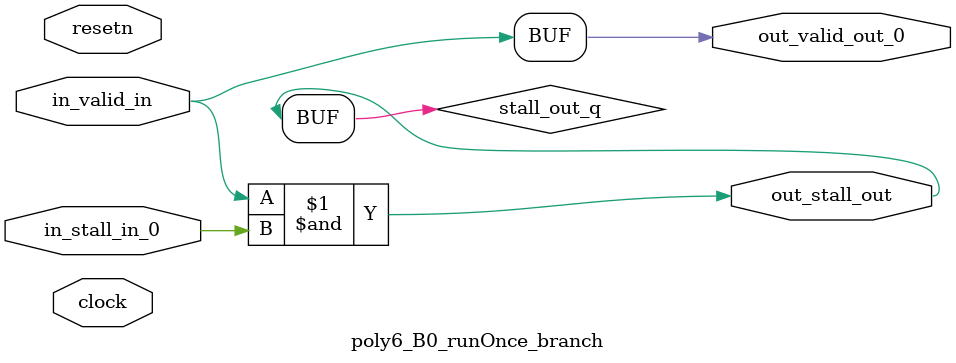
<source format=sv>



(* altera_attribute = "-name AUTO_SHIFT_REGISTER_RECOGNITION OFF; -name MESSAGE_DISABLE 10036; -name MESSAGE_DISABLE 10037; -name MESSAGE_DISABLE 14130; -name MESSAGE_DISABLE 14320; -name MESSAGE_DISABLE 15400; -name MESSAGE_DISABLE 14130; -name MESSAGE_DISABLE 10036; -name MESSAGE_DISABLE 12020; -name MESSAGE_DISABLE 12030; -name MESSAGE_DISABLE 12010; -name MESSAGE_DISABLE 12110; -name MESSAGE_DISABLE 14320; -name MESSAGE_DISABLE 13410; -name MESSAGE_DISABLE 113007; -name MESSAGE_DISABLE 10958" *)
module poly6_B0_runOnce_branch (
    input wire [0:0] in_stall_in_0,
    input wire [0:0] in_valid_in,
    output wire [0:0] out_stall_out,
    output wire [0:0] out_valid_out_0,
    input wire clock,
    input wire resetn
    );

    wire [0:0] stall_out_q;


    // stall_out(LOGICAL,6)
    assign stall_out_q = in_valid_in & in_stall_in_0;

    // out_stall_out(GPOUT,4)
    assign out_stall_out = stall_out_q;

    // out_valid_out_0(GPOUT,5)
    assign out_valid_out_0 = in_valid_in;

endmodule

</source>
